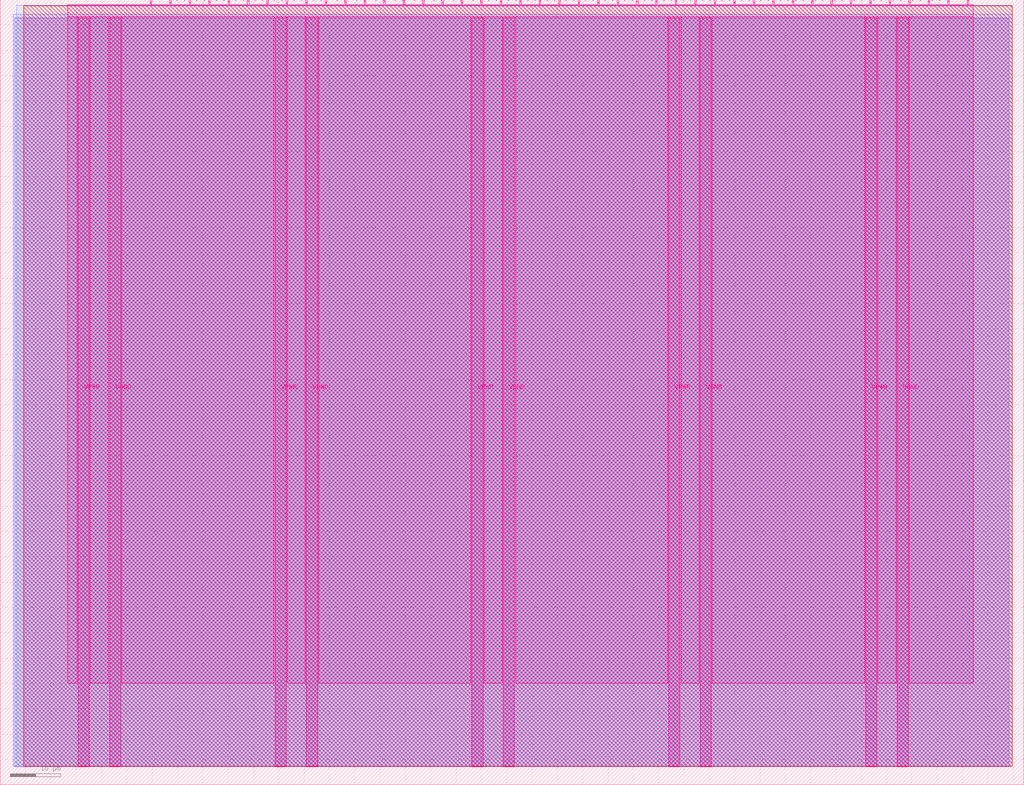
<source format=lef>
VERSION 5.7 ;
  NOWIREEXTENSIONATPIN ON ;
  DIVIDERCHAR "/" ;
  BUSBITCHARS "[]" ;
MACRO tt_um_nvious_graphics
  CLASS BLOCK ;
  FOREIGN tt_um_nvious_graphics ;
  ORIGIN 0.000 0.000 ;
  SIZE 202.080 BY 154.980 ;
  PIN VGND
    DIRECTION INOUT ;
    USE GROUND ;
    PORT
      LAYER Metal5 ;
        RECT 21.580 3.560 23.780 151.420 ;
    END
    PORT
      LAYER Metal5 ;
        RECT 60.450 3.560 62.650 151.420 ;
    END
    PORT
      LAYER Metal5 ;
        RECT 99.320 3.560 101.520 151.420 ;
    END
    PORT
      LAYER Metal5 ;
        RECT 138.190 3.560 140.390 151.420 ;
    END
    PORT
      LAYER Metal5 ;
        RECT 177.060 3.560 179.260 151.420 ;
    END
  END VGND
  PIN VPWR
    DIRECTION INOUT ;
    USE POWER ;
    PORT
      LAYER Metal5 ;
        RECT 15.380 3.560 17.580 151.420 ;
    END
    PORT
      LAYER Metal5 ;
        RECT 54.250 3.560 56.450 151.420 ;
    END
    PORT
      LAYER Metal5 ;
        RECT 93.120 3.560 95.320 151.420 ;
    END
    PORT
      LAYER Metal5 ;
        RECT 131.990 3.560 134.190 151.420 ;
    END
    PORT
      LAYER Metal5 ;
        RECT 170.860 3.560 173.060 151.420 ;
    END
  END VPWR
  PIN clk
    DIRECTION INPUT ;
    USE SIGNAL ;
    ANTENNAGATEAREA 0.213200 ;
    PORT
      LAYER Metal5 ;
        RECT 187.050 153.980 187.350 154.980 ;
    END
  END clk
  PIN ena
    DIRECTION INPUT ;
    USE SIGNAL ;
    PORT
      LAYER Metal5 ;
        RECT 190.890 153.980 191.190 154.980 ;
    END
  END ena
  PIN rst_n
    DIRECTION INPUT ;
    USE SIGNAL ;
    ANTENNAGATEAREA 0.527800 ;
    PORT
      LAYER Metal5 ;
        RECT 183.210 153.980 183.510 154.980 ;
    END
  END rst_n
  PIN ui_in[0]
    DIRECTION INPUT ;
    USE SIGNAL ;
    ANTENNAGATEAREA 0.180700 ;
    PORT
      LAYER Metal5 ;
        RECT 179.370 153.980 179.670 154.980 ;
    END
  END ui_in[0]
  PIN ui_in[1]
    DIRECTION INPUT ;
    USE SIGNAL ;
    ANTENNAGATEAREA 0.180700 ;
    PORT
      LAYER Metal5 ;
        RECT 175.530 153.980 175.830 154.980 ;
    END
  END ui_in[1]
  PIN ui_in[2]
    DIRECTION INPUT ;
    USE SIGNAL ;
    ANTENNAGATEAREA 0.180700 ;
    PORT
      LAYER Metal5 ;
        RECT 171.690 153.980 171.990 154.980 ;
    END
  END ui_in[2]
  PIN ui_in[3]
    DIRECTION INPUT ;
    USE SIGNAL ;
    ANTENNAGATEAREA 0.180700 ;
    PORT
      LAYER Metal5 ;
        RECT 167.850 153.980 168.150 154.980 ;
    END
  END ui_in[3]
  PIN ui_in[4]
    DIRECTION INPUT ;
    USE SIGNAL ;
    ANTENNAGATEAREA 0.180700 ;
    PORT
      LAYER Metal5 ;
        RECT 164.010 153.980 164.310 154.980 ;
    END
  END ui_in[4]
  PIN ui_in[5]
    DIRECTION INPUT ;
    USE SIGNAL ;
    ANTENNAGATEAREA 0.180700 ;
    PORT
      LAYER Metal5 ;
        RECT 160.170 153.980 160.470 154.980 ;
    END
  END ui_in[5]
  PIN ui_in[6]
    DIRECTION INPUT ;
    USE SIGNAL ;
    ANTENNAGATEAREA 0.180700 ;
    PORT
      LAYER Metal5 ;
        RECT 156.330 153.980 156.630 154.980 ;
    END
  END ui_in[6]
  PIN ui_in[7]
    DIRECTION INPUT ;
    USE SIGNAL ;
    ANTENNAGATEAREA 0.180700 ;
    PORT
      LAYER Metal5 ;
        RECT 152.490 153.980 152.790 154.980 ;
    END
  END ui_in[7]
  PIN uio_in[0]
    DIRECTION INPUT ;
    USE SIGNAL ;
    PORT
      LAYER Metal5 ;
        RECT 148.650 153.980 148.950 154.980 ;
    END
  END uio_in[0]
  PIN uio_in[1]
    DIRECTION INPUT ;
    USE SIGNAL ;
    PORT
      LAYER Metal5 ;
        RECT 144.810 153.980 145.110 154.980 ;
    END
  END uio_in[1]
  PIN uio_in[2]
    DIRECTION INPUT ;
    USE SIGNAL ;
    PORT
      LAYER Metal5 ;
        RECT 140.970 153.980 141.270 154.980 ;
    END
  END uio_in[2]
  PIN uio_in[3]
    DIRECTION INPUT ;
    USE SIGNAL ;
    PORT
      LAYER Metal5 ;
        RECT 137.130 153.980 137.430 154.980 ;
    END
  END uio_in[3]
  PIN uio_in[4]
    DIRECTION INPUT ;
    USE SIGNAL ;
    PORT
      LAYER Metal5 ;
        RECT 133.290 153.980 133.590 154.980 ;
    END
  END uio_in[4]
  PIN uio_in[5]
    DIRECTION INPUT ;
    USE SIGNAL ;
    PORT
      LAYER Metal5 ;
        RECT 129.450 153.980 129.750 154.980 ;
    END
  END uio_in[5]
  PIN uio_in[6]
    DIRECTION INPUT ;
    USE SIGNAL ;
    PORT
      LAYER Metal5 ;
        RECT 125.610 153.980 125.910 154.980 ;
    END
  END uio_in[6]
  PIN uio_in[7]
    DIRECTION INPUT ;
    USE SIGNAL ;
    PORT
      LAYER Metal5 ;
        RECT 121.770 153.980 122.070 154.980 ;
    END
  END uio_in[7]
  PIN uio_oe[0]
    DIRECTION OUTPUT ;
    USE SIGNAL ;
    ANTENNADIFFAREA 0.299200 ;
    PORT
      LAYER Metal5 ;
        RECT 56.490 153.980 56.790 154.980 ;
    END
  END uio_oe[0]
  PIN uio_oe[1]
    DIRECTION OUTPUT ;
    USE SIGNAL ;
    ANTENNADIFFAREA 0.299200 ;
    PORT
      LAYER Metal5 ;
        RECT 52.650 153.980 52.950 154.980 ;
    END
  END uio_oe[1]
  PIN uio_oe[2]
    DIRECTION OUTPUT ;
    USE SIGNAL ;
    ANTENNADIFFAREA 0.299200 ;
    PORT
      LAYER Metal5 ;
        RECT 48.810 153.980 49.110 154.980 ;
    END
  END uio_oe[2]
  PIN uio_oe[3]
    DIRECTION OUTPUT ;
    USE SIGNAL ;
    ANTENNADIFFAREA 0.299200 ;
    PORT
      LAYER Metal5 ;
        RECT 44.970 153.980 45.270 154.980 ;
    END
  END uio_oe[3]
  PIN uio_oe[4]
    DIRECTION OUTPUT ;
    USE SIGNAL ;
    ANTENNADIFFAREA 0.299200 ;
    PORT
      LAYER Metal5 ;
        RECT 41.130 153.980 41.430 154.980 ;
    END
  END uio_oe[4]
  PIN uio_oe[5]
    DIRECTION OUTPUT ;
    USE SIGNAL ;
    ANTENNADIFFAREA 0.299200 ;
    PORT
      LAYER Metal5 ;
        RECT 37.290 153.980 37.590 154.980 ;
    END
  END uio_oe[5]
  PIN uio_oe[6]
    DIRECTION OUTPUT ;
    USE SIGNAL ;
    ANTENNADIFFAREA 0.299200 ;
    PORT
      LAYER Metal5 ;
        RECT 33.450 153.980 33.750 154.980 ;
    END
  END uio_oe[6]
  PIN uio_oe[7]
    DIRECTION OUTPUT ;
    USE SIGNAL ;
    ANTENNADIFFAREA 0.299200 ;
    PORT
      LAYER Metal5 ;
        RECT 29.610 153.980 29.910 154.980 ;
    END
  END uio_oe[7]
  PIN uio_out[0]
    DIRECTION OUTPUT ;
    USE SIGNAL ;
    ANTENNADIFFAREA 0.299200 ;
    PORT
      LAYER Metal5 ;
        RECT 87.210 153.980 87.510 154.980 ;
    END
  END uio_out[0]
  PIN uio_out[1]
    DIRECTION OUTPUT ;
    USE SIGNAL ;
    ANTENNADIFFAREA 0.299200 ;
    PORT
      LAYER Metal5 ;
        RECT 83.370 153.980 83.670 154.980 ;
    END
  END uio_out[1]
  PIN uio_out[2]
    DIRECTION OUTPUT ;
    USE SIGNAL ;
    ANTENNADIFFAREA 0.299200 ;
    PORT
      LAYER Metal5 ;
        RECT 79.530 153.980 79.830 154.980 ;
    END
  END uio_out[2]
  PIN uio_out[3]
    DIRECTION OUTPUT ;
    USE SIGNAL ;
    ANTENNADIFFAREA 0.299200 ;
    PORT
      LAYER Metal5 ;
        RECT 75.690 153.980 75.990 154.980 ;
    END
  END uio_out[3]
  PIN uio_out[4]
    DIRECTION OUTPUT ;
    USE SIGNAL ;
    ANTENNADIFFAREA 0.299200 ;
    PORT
      LAYER Metal5 ;
        RECT 71.850 153.980 72.150 154.980 ;
    END
  END uio_out[4]
  PIN uio_out[5]
    DIRECTION OUTPUT ;
    USE SIGNAL ;
    ANTENNADIFFAREA 0.299200 ;
    PORT
      LAYER Metal5 ;
        RECT 68.010 153.980 68.310 154.980 ;
    END
  END uio_out[5]
  PIN uio_out[6]
    DIRECTION OUTPUT ;
    USE SIGNAL ;
    ANTENNADIFFAREA 0.299200 ;
    PORT
      LAYER Metal5 ;
        RECT 64.170 153.980 64.470 154.980 ;
    END
  END uio_out[6]
  PIN uio_out[7]
    DIRECTION OUTPUT ;
    USE SIGNAL ;
    ANTENNADIFFAREA 0.299200 ;
    PORT
      LAYER Metal5 ;
        RECT 60.330 153.980 60.630 154.980 ;
    END
  END uio_out[7]
  PIN uo_out[0]
    DIRECTION OUTPUT ;
    USE SIGNAL ;
    ANTENNADIFFAREA 0.988000 ;
    PORT
      LAYER Metal5 ;
        RECT 117.930 153.980 118.230 154.980 ;
    END
  END uo_out[0]
  PIN uo_out[1]
    DIRECTION OUTPUT ;
    USE SIGNAL ;
    ANTENNADIFFAREA 0.988000 ;
    PORT
      LAYER Metal5 ;
        RECT 114.090 153.980 114.390 154.980 ;
    END
  END uo_out[1]
  PIN uo_out[2]
    DIRECTION OUTPUT ;
    USE SIGNAL ;
    ANTENNADIFFAREA 0.988000 ;
    PORT
      LAYER Metal5 ;
        RECT 110.250 153.980 110.550 154.980 ;
    END
  END uo_out[2]
  PIN uo_out[3]
    DIRECTION OUTPUT ;
    USE SIGNAL ;
    ANTENNADIFFAREA 0.654800 ;
    PORT
      LAYER Metal5 ;
        RECT 106.410 153.980 106.710 154.980 ;
    END
  END uo_out[3]
  PIN uo_out[4]
    DIRECTION OUTPUT ;
    USE SIGNAL ;
    ANTENNADIFFAREA 0.988000 ;
    PORT
      LAYER Metal5 ;
        RECT 102.570 153.980 102.870 154.980 ;
    END
  END uo_out[4]
  PIN uo_out[5]
    DIRECTION OUTPUT ;
    USE SIGNAL ;
    ANTENNADIFFAREA 0.988000 ;
    PORT
      LAYER Metal5 ;
        RECT 98.730 153.980 99.030 154.980 ;
    END
  END uo_out[5]
  PIN uo_out[6]
    DIRECTION OUTPUT ;
    USE SIGNAL ;
    ANTENNADIFFAREA 0.988000 ;
    PORT
      LAYER Metal5 ;
        RECT 94.890 153.980 95.190 154.980 ;
    END
  END uo_out[6]
  PIN uo_out[7]
    DIRECTION OUTPUT ;
    USE SIGNAL ;
    ANTENNADIFFAREA 0.654800 ;
    PORT
      LAYER Metal5 ;
        RECT 91.050 153.980 91.350 154.980 ;
    END
  END uo_out[7]
  OBS
      LAYER GatPoly ;
        RECT 2.880 3.630 199.200 151.350 ;
      LAYER Metal1 ;
        RECT 2.880 3.560 199.200 151.420 ;
      LAYER Metal2 ;
        RECT 2.605 3.680 199.825 152.140 ;
      LAYER Metal3 ;
        RECT 3.260 3.635 199.780 153.865 ;
      LAYER Metal4 ;
        RECT 4.655 3.680 199.825 153.820 ;
      LAYER Metal5 ;
        RECT 13.340 153.770 29.400 153.980 ;
        RECT 30.120 153.770 33.240 153.980 ;
        RECT 33.960 153.770 37.080 153.980 ;
        RECT 37.800 153.770 40.920 153.980 ;
        RECT 41.640 153.770 44.760 153.980 ;
        RECT 45.480 153.770 48.600 153.980 ;
        RECT 49.320 153.770 52.440 153.980 ;
        RECT 53.160 153.770 56.280 153.980 ;
        RECT 57.000 153.770 60.120 153.980 ;
        RECT 60.840 153.770 63.960 153.980 ;
        RECT 64.680 153.770 67.800 153.980 ;
        RECT 68.520 153.770 71.640 153.980 ;
        RECT 72.360 153.770 75.480 153.980 ;
        RECT 76.200 153.770 79.320 153.980 ;
        RECT 80.040 153.770 83.160 153.980 ;
        RECT 83.880 153.770 87.000 153.980 ;
        RECT 87.720 153.770 90.840 153.980 ;
        RECT 91.560 153.770 94.680 153.980 ;
        RECT 95.400 153.770 98.520 153.980 ;
        RECT 99.240 153.770 102.360 153.980 ;
        RECT 103.080 153.770 106.200 153.980 ;
        RECT 106.920 153.770 110.040 153.980 ;
        RECT 110.760 153.770 113.880 153.980 ;
        RECT 114.600 153.770 117.720 153.980 ;
        RECT 118.440 153.770 121.560 153.980 ;
        RECT 122.280 153.770 125.400 153.980 ;
        RECT 126.120 153.770 129.240 153.980 ;
        RECT 129.960 153.770 133.080 153.980 ;
        RECT 133.800 153.770 136.920 153.980 ;
        RECT 137.640 153.770 140.760 153.980 ;
        RECT 141.480 153.770 144.600 153.980 ;
        RECT 145.320 153.770 148.440 153.980 ;
        RECT 149.160 153.770 152.280 153.980 ;
        RECT 153.000 153.770 156.120 153.980 ;
        RECT 156.840 153.770 159.960 153.980 ;
        RECT 160.680 153.770 163.800 153.980 ;
        RECT 164.520 153.770 167.640 153.980 ;
        RECT 168.360 153.770 171.480 153.980 ;
        RECT 172.200 153.770 175.320 153.980 ;
        RECT 176.040 153.770 179.160 153.980 ;
        RECT 179.880 153.770 183.000 153.980 ;
        RECT 183.720 153.770 186.840 153.980 ;
        RECT 187.560 153.770 190.680 153.980 ;
        RECT 191.400 153.770 192.100 153.980 ;
        RECT 13.340 151.630 192.100 153.770 ;
        RECT 13.340 20.015 15.170 151.630 ;
        RECT 17.790 20.015 21.370 151.630 ;
        RECT 23.990 20.015 54.040 151.630 ;
        RECT 56.660 20.015 60.240 151.630 ;
        RECT 62.860 20.015 92.910 151.630 ;
        RECT 95.530 20.015 99.110 151.630 ;
        RECT 101.730 20.015 131.780 151.630 ;
        RECT 134.400 20.015 137.980 151.630 ;
        RECT 140.600 20.015 170.650 151.630 ;
        RECT 173.270 20.015 176.850 151.630 ;
        RECT 179.470 20.015 192.100 151.630 ;
  END
END tt_um_nvious_graphics
END LIBRARY


</source>
